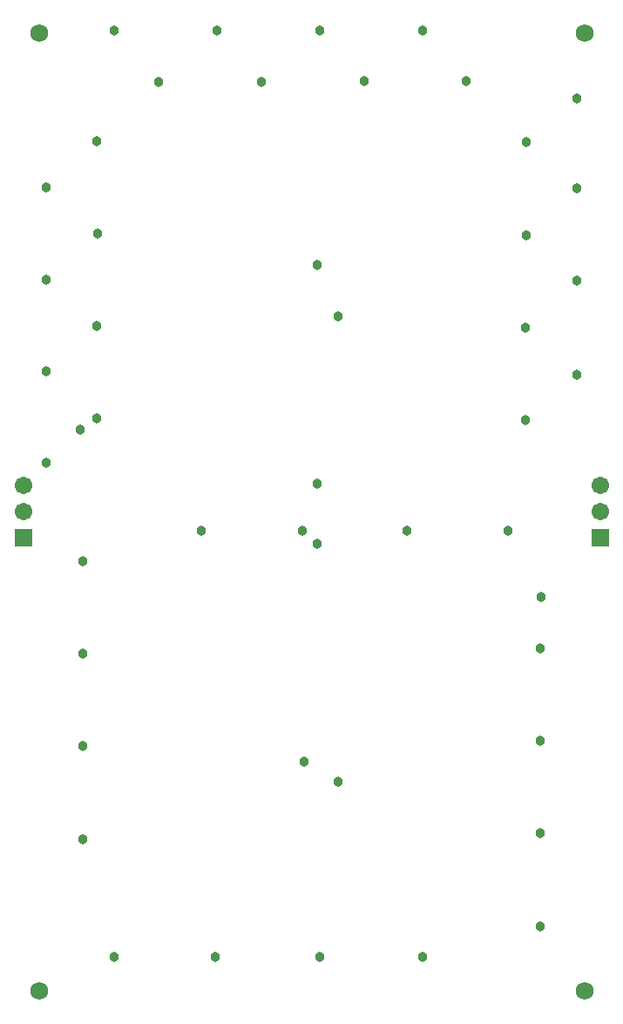
<source format=gbs>
G04*
G04 #@! TF.GenerationSoftware,Altium Limited,Altium Designer,20.2.6 (244)*
G04*
G04 Layer_Color=16711935*
%FSLAX25Y25*%
%MOIN*%
G70*
G04*
G04 #@! TF.SameCoordinates,5A4684AA-0BDD-4268-B9F4-3C1D46E6F2CF*
G04*
G04*
G04 #@! TF.FilePolarity,Negative*
G04*
G01*
G75*
%ADD30C,0.06706*%
%ADD31R,0.06706X0.06706*%
%ADD32C,0.06800*%
%ADD33C,0.03800*%
D30*
X228346Y207008D02*
D03*
Y197008D02*
D03*
X7874Y207008D02*
D03*
Y197008D02*
D03*
D31*
X228346Y187008D02*
D03*
X7874D02*
D03*
D32*
X222441Y379921D02*
D03*
X13780D02*
D03*
X222441Y13780D02*
D03*
X13780D02*
D03*
D33*
X128110Y271811D02*
D03*
Y93661D02*
D03*
X205598Y144685D02*
D03*
Y109252D02*
D03*
Y73929D02*
D03*
Y38276D02*
D03*
X160433Y26685D02*
D03*
X121173D02*
D03*
X81275D02*
D03*
X42433D02*
D03*
X75787Y189850D02*
D03*
X114585D02*
D03*
X193330D02*
D03*
X154417D02*
D03*
X199803Y231988D02*
D03*
X219598Y249250D02*
D03*
X199803Y267421D02*
D03*
X219598Y285323D02*
D03*
X200098Y302854D02*
D03*
X219598Y320866D02*
D03*
X200098Y338287D02*
D03*
X219598Y355128D02*
D03*
X177293Y361578D02*
D03*
X160433Y381016D02*
D03*
X138091Y361706D02*
D03*
X121164Y381016D02*
D03*
X98721Y361221D02*
D03*
X59350Y361516D02*
D03*
X81952Y381016D02*
D03*
X42433D02*
D03*
X35728Y338878D02*
D03*
X16622Y321053D02*
D03*
Y285620D02*
D03*
Y250563D02*
D03*
X36122Y303445D02*
D03*
X35728Y268012D02*
D03*
X35728Y232579D02*
D03*
X16622Y215661D02*
D03*
X30622Y71850D02*
D03*
Y107283D02*
D03*
Y142717D02*
D03*
Y178150D02*
D03*
X205709Y164370D02*
D03*
X115047Y101268D02*
D03*
X120079Y184724D02*
D03*
Y207677D02*
D03*
Y291339D02*
D03*
X29622Y228252D02*
D03*
M02*

</source>
